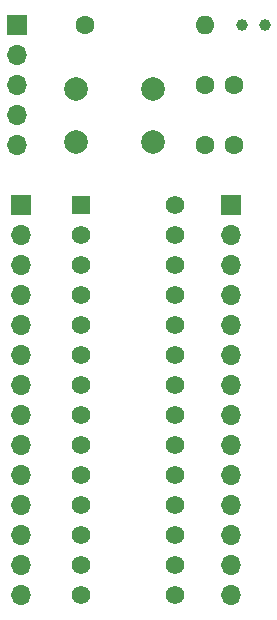
<source format=gbr>
%TF.GenerationSoftware,KiCad,Pcbnew,7.0.5*%
%TF.CreationDate,2024-03-13T05:49:52+05:30*%
%TF.ProjectId,standalone_arduino,7374616e-6461-46c6-9f6e-655f61726475,rev?*%
%TF.SameCoordinates,Original*%
%TF.FileFunction,Soldermask,Bot*%
%TF.FilePolarity,Negative*%
%FSLAX46Y46*%
G04 Gerber Fmt 4.6, Leading zero omitted, Abs format (unit mm)*
G04 Created by KiCad (PCBNEW 7.0.5) date 2024-03-13 05:49:52*
%MOMM*%
%LPD*%
G01*
G04 APERTURE LIST*
G04 Aperture macros list*
%AMRoundRect*
0 Rectangle with rounded corners*
0 $1 Rounding radius*
0 $2 $3 $4 $5 $6 $7 $8 $9 X,Y pos of 4 corners*
0 Add a 4 corners polygon primitive as box body*
4,1,4,$2,$3,$4,$5,$6,$7,$8,$9,$2,$3,0*
0 Add four circle primitives for the rounded corners*
1,1,$1+$1,$2,$3*
1,1,$1+$1,$4,$5*
1,1,$1+$1,$6,$7*
1,1,$1+$1,$8,$9*
0 Add four rect primitives between the rounded corners*
20,1,$1+$1,$2,$3,$4,$5,0*
20,1,$1+$1,$4,$5,$6,$7,0*
20,1,$1+$1,$6,$7,$8,$9,0*
20,1,$1+$1,$8,$9,$2,$3,0*%
G04 Aperture macros list end*
%ADD10O,1.700000X1.700000*%
%ADD11R,1.700000X1.700000*%
%ADD12C,1.600000*%
%ADD13RoundRect,0.102000X-0.679000X-0.679000X0.679000X-0.679000X0.679000X0.679000X-0.679000X0.679000X0*%
%ADD14C,1.562000*%
%ADD15O,1.600000X1.600000*%
%ADD16C,1.000000*%
%ADD17C,2.000000*%
G04 APERTURE END LIST*
D10*
%TO.C,Program1*%
X160050000Y-71100000D03*
X160050000Y-68560000D03*
X160050000Y-66020000D03*
X160050000Y-63480000D03*
D11*
X160050000Y-60940000D03*
%TD*%
D12*
%TO.C,C1*%
X175970000Y-66040000D03*
X178470000Y-66040000D03*
%TD*%
D11*
%TO.C,J1*%
X160430000Y-76200000D03*
D10*
X160430000Y-78740000D03*
X160430000Y-81280000D03*
X160430000Y-83820000D03*
X160430000Y-86360000D03*
X160430000Y-88900000D03*
X160430000Y-91440000D03*
X160430000Y-93980000D03*
X160430000Y-96520000D03*
X160430000Y-99060000D03*
X160430000Y-101600000D03*
X160430000Y-104140000D03*
X160430000Y-106680000D03*
X160430000Y-109220000D03*
%TD*%
D12*
%TO.C,C2*%
X175970000Y-71120000D03*
X178470000Y-71120000D03*
%TD*%
D13*
%TO.C,U1*%
X165510000Y-76200000D03*
D14*
X165510000Y-78740000D03*
X165510000Y-81280000D03*
X165510000Y-83820000D03*
X165510000Y-86360000D03*
X165510000Y-88900000D03*
X165510000Y-91440000D03*
X165510000Y-93980000D03*
X165510000Y-96520000D03*
X165510000Y-99060000D03*
X165510000Y-101600000D03*
X165510000Y-104140000D03*
X165510000Y-106680000D03*
X165510000Y-109220000D03*
X173430000Y-109220000D03*
X173430000Y-106680000D03*
X173430000Y-104140000D03*
X173430000Y-101600000D03*
X173430000Y-99060000D03*
X173430000Y-96520000D03*
X173430000Y-93980000D03*
X173430000Y-91440000D03*
X173430000Y-88900000D03*
X173430000Y-86360000D03*
X173430000Y-83820000D03*
X173430000Y-81280000D03*
X173430000Y-78740000D03*
X173430000Y-76200000D03*
%TD*%
D12*
%TO.C,R1*%
X165810000Y-60960000D03*
D15*
X175970000Y-60960000D03*
%TD*%
D16*
%TO.C,Y1*%
X179150000Y-60960000D03*
X181050000Y-60960000D03*
%TD*%
D11*
%TO.C,J2*%
X178210000Y-76200000D03*
D10*
X178210000Y-78740000D03*
X178210000Y-81280000D03*
X178210000Y-83820000D03*
X178210000Y-86360000D03*
X178210000Y-88900000D03*
X178210000Y-91440000D03*
X178210000Y-93980000D03*
X178210000Y-96520000D03*
X178210000Y-99060000D03*
X178210000Y-101600000D03*
X178210000Y-104140000D03*
X178210000Y-106680000D03*
X178210000Y-109220000D03*
%TD*%
D17*
%TO.C,SW1*%
X165100000Y-66330000D03*
X171600000Y-66330000D03*
X165100000Y-70830000D03*
X171600000Y-70830000D03*
%TD*%
M02*

</source>
